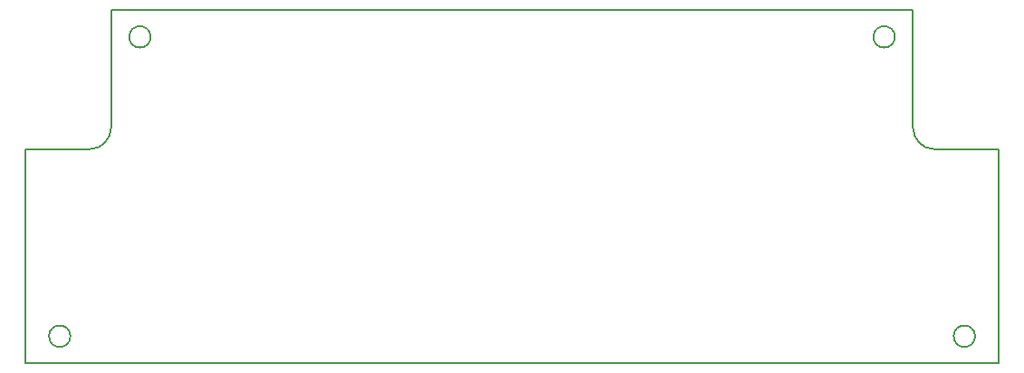
<source format=gm1>
G04 #@! TF.GenerationSoftware,KiCad,Pcbnew,(5.0.0)*
G04 #@! TF.CreationDate,2019-07-10T12:28:10+09:00*
G04 #@! TF.ProjectId,MainCircuit_v2_bottom,4D61696E436972637569745F76325F62,rev?*
G04 #@! TF.SameCoordinates,Original*
G04 #@! TF.FileFunction,Profile,NP*
%FSLAX46Y46*%
G04 Gerber Fmt 4.6, Leading zero omitted, Abs format (unit mm)*
G04 Created by KiCad (PCBNEW (5.0.0)) date 07/10/19 12:28:10*
%MOMM*%
%LPD*%
G01*
G04 APERTURE LIST*
%ADD10C,0.200000*%
G04 APERTURE END LIST*
D10*
X110250000Y-91050000D02*
X104250000Y-91050000D01*
X112250000Y-89050000D02*
G75*
G02X110250000Y-91050000I-2000000J0D01*
G01*
X112250000Y-78050000D02*
X112250000Y-89050000D01*
X104250000Y-111050000D02*
X195250000Y-111050000D01*
X187250000Y-89050000D02*
X187250000Y-78050000D01*
X185550000Y-80550000D02*
G75*
G03X185550000Y-80550000I-1000000J0D01*
G01*
X115950000Y-80550000D02*
G75*
G03X115950000Y-80550000I-1000000J0D01*
G01*
X193050000Y-108540266D02*
G75*
G03X193050000Y-108540266I-1000000J0D01*
G01*
X108450000Y-108540266D02*
G75*
G03X108450000Y-108540266I-1000000J0D01*
G01*
X195250000Y-91050000D02*
X189250000Y-91050000D01*
X187250000Y-78050000D02*
X112250000Y-78050000D01*
X189250000Y-91050000D02*
G75*
G02X187250000Y-89050000I0J2000000D01*
G01*
X195250000Y-111050000D02*
X195250000Y-91050000D01*
X104250000Y-91050000D02*
X104250000Y-111050000D01*
M02*

</source>
